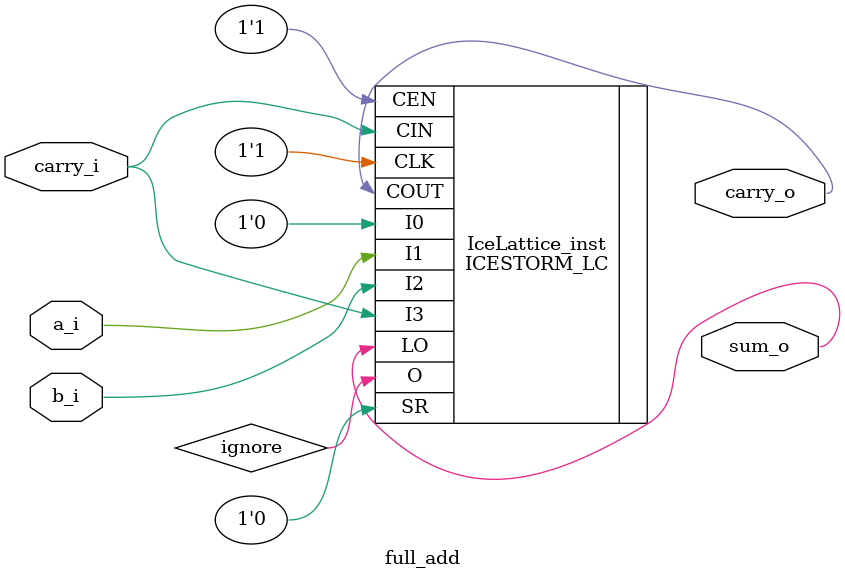
<source format=sv>
module full_add
  (input [0:0] a_i
  ,input [0:0] b_i
  ,input [0:0] carry_i
  ,output [0:0] carry_o
  ,output [0:0] sum_o);

   // Your code here:
   wire [0:0] ignore;
   ICESTORM_LC
   #(.LUT_INIT(16'b1100_0011_0011_1100)
    ,.CIN_SET(1'b0)
    ,.CARRY_ENABLE(1'b1))//carry on
   IceLattice_inst
   (.I3(carry_i)
   ,.I2(b_i)
   ,.I1(a_i)
   ,.I0(1'b0)
   ,.CIN(carry_i)
   ,.CLK(1'b1)
   ,.CEN(1'b1)
   ,.SR(1'b0)
   ,.LO(sum_o)
   ,.O(ignore)
   ,.COUT(carry_o)
   );

endmodule

</source>
